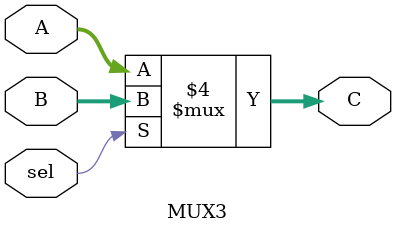
<source format=v>
module MUX3(A, B, sel, C);
    input [7:0] A, B;
    input sel;
    output reg [7:0]C;
    always @(*)begin
    if(sel==0)
        C = A;
    else
        C = B;
    end
endmodule

</source>
